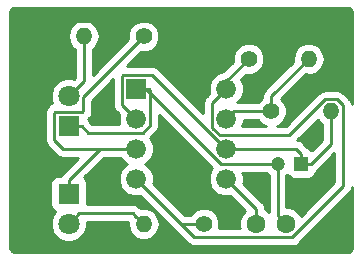
<source format=gtl>
G04 #@! TF.GenerationSoftware,KiCad,Pcbnew,(5.0.0-3-g5ebb6b6)*
G04 #@! TF.CreationDate,2018-11-28T22:23:41-05:00*
G04 #@! TF.ProjectId,555_Timer,3535355F54696D65722E6B696361645F,rev?*
G04 #@! TF.SameCoordinates,Original*
G04 #@! TF.FileFunction,Copper,L1,Top,Signal*
G04 #@! TF.FilePolarity,Positive*
%FSLAX46Y46*%
G04 Gerber Fmt 4.6, Leading zero omitted, Abs format (unit mm)*
G04 Created by KiCad (PCBNEW (5.0.0-3-g5ebb6b6)) date Wednesday, November 28, 2018 at 10:23:41 PM*
%MOMM*%
%LPD*%
G01*
G04 APERTURE LIST*
G04 #@! TA.AperFunction,ComponentPad*
%ADD10R,1.200000X1.200000*%
G04 #@! TD*
G04 #@! TA.AperFunction,ComponentPad*
%ADD11C,1.200000*%
G04 #@! TD*
G04 #@! TA.AperFunction,ComponentPad*
%ADD12C,1.600000*%
G04 #@! TD*
G04 #@! TA.AperFunction,ComponentPad*
%ADD13C,1.800000*%
G04 #@! TD*
G04 #@! TA.AperFunction,ComponentPad*
%ADD14R,1.800000X1.800000*%
G04 #@! TD*
G04 #@! TA.AperFunction,ComponentPad*
%ADD15O,1.400000X1.400000*%
G04 #@! TD*
G04 #@! TA.AperFunction,ComponentPad*
%ADD16C,1.400000*%
G04 #@! TD*
G04 #@! TA.AperFunction,ComponentPad*
%ADD17R,1.676400X1.676400*%
G04 #@! TD*
G04 #@! TA.AperFunction,ComponentPad*
%ADD18C,1.676400*%
G04 #@! TD*
G04 #@! TA.AperFunction,Conductor*
%ADD19C,0.250000*%
G04 #@! TD*
G04 #@! TA.AperFunction,NonConductor*
%ADD20C,0.254000*%
G04 #@! TD*
G04 APERTURE END LIST*
D10*
G04 #@! TO.P,C1,1*
G04 #@! TO.N,Net-(C1-Pad1)*
X123825000Y-54610000D03*
D11*
G04 #@! TO.P,C1,2*
G04 #@! TO.N,GND*
X121825000Y-54610000D03*
G04 #@! TD*
D12*
G04 #@! TO.P,C2,1*
G04 #@! TO.N,Net-(C2-Pad1)*
X120015000Y-59690000D03*
G04 #@! TO.P,C2,2*
G04 #@! TO.N,GND*
X122515000Y-59690000D03*
G04 #@! TD*
D13*
G04 #@! TO.P,D1,2*
G04 #@! TO.N,Net-(D1-Pad2)*
X104140000Y-59690000D03*
D14*
G04 #@! TO.P,D1,1*
G04 #@! TO.N,Net-(D1-Pad1)*
X104140000Y-57150000D03*
G04 #@! TD*
G04 #@! TO.P,D2,1*
G04 #@! TO.N,GND*
X104140000Y-51435000D03*
D13*
G04 #@! TO.P,D2,2*
G04 #@! TO.N,Net-(D2-Pad2)*
X104140000Y-48895000D03*
G04 #@! TD*
D15*
G04 #@! TO.P,R1,2*
G04 #@! TO.N,Net-(R1-Pad2)*
X124460000Y-45720000D03*
D16*
G04 #@! TO.P,R1,1*
G04 #@! TO.N,+5V*
X119380000Y-45720000D03*
G04 #@! TD*
D15*
G04 #@! TO.P,R2,2*
G04 #@! TO.N,Net-(C1-Pad1)*
X126365000Y-50165000D03*
D16*
G04 #@! TO.P,R2,1*
G04 #@! TO.N,Net-(R1-Pad2)*
X121285000Y-50165000D03*
G04 #@! TD*
G04 #@! TO.P,R3,1*
G04 #@! TO.N,+5V*
X115570000Y-59690000D03*
D15*
G04 #@! TO.P,R3,2*
G04 #@! TO.N,Net-(D1-Pad2)*
X110490000Y-59690000D03*
G04 #@! TD*
D16*
G04 #@! TO.P,R4,1*
G04 #@! TO.N,Net-(D1-Pad1)*
X110490000Y-43815000D03*
D15*
G04 #@! TO.P,R4,2*
G04 #@! TO.N,Net-(D2-Pad2)*
X105410000Y-43815000D03*
G04 #@! TD*
D17*
G04 #@! TO.P,U1,1*
G04 #@! TO.N,GND*
X109855000Y-48260000D03*
D18*
G04 #@! TO.P,U1,2*
G04 #@! TO.N,Net-(C1-Pad1)*
X109855000Y-50800000D03*
G04 #@! TO.P,U1,3*
G04 #@! TO.N,Net-(D1-Pad1)*
X109855000Y-53340000D03*
G04 #@! TO.P,U1,4*
G04 #@! TO.N,+5V*
X109855000Y-55880000D03*
G04 #@! TO.P,U1,5*
G04 #@! TO.N,Net-(C2-Pad1)*
X117475000Y-55880000D03*
G04 #@! TO.P,U1,6*
G04 #@! TO.N,Net-(C1-Pad1)*
X117475000Y-53340000D03*
G04 #@! TO.P,U1,7*
G04 #@! TO.N,Net-(R1-Pad2)*
X117475000Y-50800000D03*
G04 #@! TO.P,U1,8*
G04 #@! TO.N,+5V*
X117475000Y-48260000D03*
G04 #@! TD*
D19*
G04 #@! TO.N,Net-(C1-Pad1)*
X124675000Y-54610000D02*
X123825000Y-54610000D01*
X126365000Y-52920000D02*
X124675000Y-54610000D01*
X126365000Y-50165000D02*
X126365000Y-52920000D01*
X123405000Y-53340000D02*
X118660393Y-53340000D01*
X118660393Y-53340000D02*
X117475000Y-53340000D01*
X123825000Y-53760000D02*
X123405000Y-53340000D01*
X123825000Y-54610000D02*
X123825000Y-53760000D01*
X116636801Y-52501801D02*
X117475000Y-53340000D01*
X111231799Y-47096799D02*
X116636801Y-52501801D01*
X108756799Y-47096799D02*
X111231799Y-47096799D01*
X108691799Y-47161799D02*
X108756799Y-47096799D01*
X108691799Y-49636799D02*
X108691799Y-47161799D01*
X109855000Y-50800000D02*
X108691799Y-49636799D01*
G04 #@! TO.N,GND*
X121825000Y-59000000D02*
X122515000Y-59690000D01*
X121825000Y-54610000D02*
X121825000Y-59000000D01*
X110673462Y-48260000D02*
X109855000Y-48260000D01*
X117023462Y-54610000D02*
X110673462Y-48260000D01*
X121825000Y-54610000D02*
X117023462Y-54610000D01*
X105290000Y-51435000D02*
X104140000Y-51435000D01*
X105818201Y-51963201D02*
X105290000Y-51435000D01*
X110413337Y-51963201D02*
X105818201Y-51963201D01*
X111018201Y-51358337D02*
X110413337Y-51963201D01*
X111018201Y-48335001D02*
X111018201Y-51358337D01*
X110943200Y-48260000D02*
X111018201Y-48335001D01*
X109855000Y-48260000D02*
X110943200Y-48260000D01*
G04 #@! TO.N,Net-(C2-Pad1)*
X120015000Y-58420000D02*
X117475000Y-55880000D01*
X120015000Y-59690000D02*
X120015000Y-58420000D01*
G04 #@! TO.N,Net-(D1-Pad2)*
X109790001Y-58990001D02*
X110490000Y-59690000D01*
X109590001Y-58790001D02*
X109790001Y-58990001D01*
X105039999Y-58790001D02*
X109590001Y-58790001D01*
X104140000Y-59690000D02*
X105039999Y-58790001D01*
G04 #@! TO.N,Net-(D1-Pad1)*
X103505000Y-56515000D02*
X104140000Y-57150000D01*
X104140000Y-56000000D02*
X104140000Y-57150000D01*
X106800000Y-53340000D02*
X104140000Y-56000000D01*
X109855000Y-53340000D02*
X106800000Y-53340000D01*
X103659998Y-53340000D02*
X108669607Y-53340000D01*
X102979999Y-50209999D02*
X102914999Y-50274999D01*
X102914999Y-50274999D02*
X102914999Y-52595001D01*
X105300001Y-50209999D02*
X102979999Y-50209999D01*
X108669607Y-53340000D02*
X109855000Y-53340000D01*
X102914999Y-52595001D02*
X103659998Y-53340000D01*
X105365001Y-50144999D02*
X105300001Y-50209999D01*
X105365001Y-48939999D02*
X105365001Y-50144999D01*
X110490000Y-43815000D02*
X105365001Y-48939999D01*
G04 #@! TO.N,Net-(D2-Pad2)*
X105410000Y-47625000D02*
X104140000Y-48895000D01*
X105410000Y-43815000D02*
X105410000Y-47625000D01*
G04 #@! TO.N,Net-(R1-Pad2)*
X121285000Y-48895000D02*
X121285000Y-50165000D01*
X124460000Y-45720000D02*
X121285000Y-48895000D01*
X118110000Y-50165000D02*
X117475000Y-50800000D01*
X121285000Y-50165000D02*
X118110000Y-50165000D01*
G04 #@! TO.N,+5V*
X117475000Y-47625000D02*
X117475000Y-48260000D01*
X119380000Y-45720000D02*
X117475000Y-47625000D01*
X113665000Y-59690000D02*
X115570000Y-59690000D01*
X109855000Y-55880000D02*
X113665000Y-59690000D01*
X116636801Y-49098199D02*
X117475000Y-48260000D01*
X116311799Y-49423201D02*
X116636801Y-49098199D01*
X116311799Y-51540389D02*
X116311799Y-49423201D01*
X116948209Y-52176799D02*
X116311799Y-51540389D01*
X122836199Y-52176799D02*
X116948209Y-52176799D01*
X125872999Y-49139999D02*
X122836199Y-52176799D01*
X126857001Y-49139999D02*
X125872999Y-49139999D01*
X127390001Y-56480001D02*
X127390001Y-49672999D01*
X127390001Y-49672999D02*
X126857001Y-49139999D01*
X123055001Y-60815001D02*
X127390001Y-56480001D01*
X114790001Y-60815001D02*
X123055001Y-60815001D01*
X109855000Y-55880000D02*
X114790001Y-60815001D01*
G04 #@! TD*
D20*
G36*
X127987920Y-41489405D02*
X128110488Y-41635477D01*
X128143000Y-41724801D01*
X128143000Y-49562951D01*
X128105905Y-49376462D01*
X128105905Y-49376461D01*
X127980330Y-49188526D01*
X127937930Y-49125070D01*
X127874473Y-49082670D01*
X127447332Y-48655529D01*
X127404930Y-48592070D01*
X127153538Y-48424095D01*
X126931853Y-48379999D01*
X126931848Y-48379999D01*
X126857001Y-48365111D01*
X126782154Y-48379999D01*
X125947847Y-48379999D01*
X125872999Y-48365111D01*
X125798151Y-48379999D01*
X125798147Y-48379999D01*
X125644668Y-48410528D01*
X125576461Y-48424095D01*
X125451084Y-48507870D01*
X125325070Y-48592070D01*
X125282670Y-48655526D01*
X122521398Y-51416799D01*
X121751413Y-51416799D01*
X122041217Y-51296758D01*
X122416758Y-50921217D01*
X122620000Y-50430548D01*
X122620000Y-49899452D01*
X122416758Y-49408783D01*
X122131388Y-49123413D01*
X124221157Y-47033645D01*
X124328515Y-47055000D01*
X124591485Y-47055000D01*
X124980891Y-46977542D01*
X125422481Y-46682481D01*
X125717542Y-46240891D01*
X125821154Y-45720000D01*
X125717542Y-45199109D01*
X125422481Y-44757519D01*
X124980891Y-44462458D01*
X124591485Y-44385000D01*
X124328515Y-44385000D01*
X123939109Y-44462458D01*
X123497519Y-44757519D01*
X123202458Y-45199109D01*
X123098846Y-45720000D01*
X123146355Y-45958843D01*
X120800530Y-48304669D01*
X120737071Y-48347071D01*
X120569096Y-48598464D01*
X120525000Y-48820149D01*
X120525000Y-48820153D01*
X120510112Y-48895000D01*
X120525000Y-48969847D01*
X120525000Y-49037025D01*
X120157025Y-49405000D01*
X118413420Y-49405000D01*
X118723919Y-49094501D01*
X118948200Y-48553038D01*
X118948200Y-47966962D01*
X118731354Y-47443448D01*
X119119802Y-47055000D01*
X119645548Y-47055000D01*
X120136217Y-46851758D01*
X120511758Y-46476217D01*
X120715000Y-45985548D01*
X120715000Y-45454452D01*
X120511758Y-44963783D01*
X120136217Y-44588242D01*
X119645548Y-44385000D01*
X119114452Y-44385000D01*
X118623783Y-44588242D01*
X118248242Y-44963783D01*
X118045000Y-45454452D01*
X118045000Y-45980198D01*
X117238399Y-46786800D01*
X117181962Y-46786800D01*
X116640499Y-47011081D01*
X116226081Y-47425499D01*
X116001800Y-47966962D01*
X116001800Y-48553038D01*
X116032659Y-48627540D01*
X115827327Y-48832872D01*
X115763871Y-48875272D01*
X115721471Y-48938728D01*
X115721470Y-48938729D01*
X115595896Y-49126664D01*
X115536911Y-49423201D01*
X115551800Y-49498053D01*
X115551800Y-50341998D01*
X111822130Y-46612329D01*
X111779728Y-46548870D01*
X111528336Y-46380895D01*
X111306651Y-46336799D01*
X111306646Y-46336799D01*
X111231799Y-46321911D01*
X111156952Y-46336799D01*
X109043003Y-46336799D01*
X110229802Y-45150000D01*
X110755548Y-45150000D01*
X111246217Y-44946758D01*
X111621758Y-44571217D01*
X111825000Y-44080548D01*
X111825000Y-43549452D01*
X111621758Y-43058783D01*
X111246217Y-42683242D01*
X110755548Y-42480000D01*
X110224452Y-42480000D01*
X109733783Y-42683242D01*
X109358242Y-43058783D01*
X109155000Y-43549452D01*
X109155000Y-44075198D01*
X106170000Y-47060199D01*
X106170000Y-44912774D01*
X106372481Y-44777481D01*
X106667542Y-44335891D01*
X106771154Y-43815000D01*
X106667542Y-43294109D01*
X106372481Y-42852519D01*
X105930891Y-42557458D01*
X105541485Y-42480000D01*
X105278515Y-42480000D01*
X104889109Y-42557458D01*
X104447519Y-42852519D01*
X104152458Y-43294109D01*
X104048846Y-43815000D01*
X104152458Y-44335891D01*
X104447519Y-44777481D01*
X104650000Y-44912775D01*
X104650001Y-47310197D01*
X104554838Y-47405360D01*
X104445330Y-47360000D01*
X103834670Y-47360000D01*
X103270493Y-47593690D01*
X102838690Y-48025493D01*
X102605000Y-48589670D01*
X102605000Y-49200330D01*
X102723392Y-49486152D01*
X102683462Y-49494095D01*
X102432070Y-49662070D01*
X102406035Y-49701035D01*
X102367070Y-49727070D01*
X102199095Y-49978463D01*
X102154999Y-50200148D01*
X102154999Y-50200152D01*
X102140111Y-50274999D01*
X102154999Y-50349846D01*
X102155000Y-52520149D01*
X102140111Y-52595001D01*
X102199096Y-52891538D01*
X102304797Y-53049730D01*
X102367071Y-53142930D01*
X102430527Y-53185330D01*
X103069668Y-53824472D01*
X103112069Y-53887929D01*
X103175525Y-53930329D01*
X103363460Y-54055904D01*
X103411603Y-54065480D01*
X103585146Y-54100000D01*
X103585150Y-54100000D01*
X103659998Y-54114888D01*
X103734846Y-54100000D01*
X104965198Y-54100000D01*
X103655530Y-55409669D01*
X103592071Y-55452071D01*
X103491518Y-55602560D01*
X103240000Y-55602560D01*
X102992235Y-55651843D01*
X102782191Y-55792191D01*
X102641843Y-56002235D01*
X102592560Y-56250000D01*
X102592560Y-58050000D01*
X102641843Y-58297765D01*
X102782191Y-58507809D01*
X102992235Y-58648157D01*
X103007908Y-58651275D01*
X102838690Y-58820493D01*
X102605000Y-59384670D01*
X102605000Y-59995330D01*
X102838690Y-60559507D01*
X103270493Y-60991310D01*
X103834670Y-61225000D01*
X104445330Y-61225000D01*
X105009507Y-60991310D01*
X105441310Y-60559507D01*
X105675000Y-59995330D01*
X105675000Y-59550001D01*
X109156694Y-59550001D01*
X109128846Y-59690000D01*
X109232458Y-60210891D01*
X109527519Y-60652481D01*
X109969109Y-60947542D01*
X110358515Y-61025000D01*
X110621485Y-61025000D01*
X111010891Y-60947542D01*
X111452481Y-60652481D01*
X111747542Y-60210891D01*
X111851154Y-59690000D01*
X111747542Y-59169109D01*
X111452481Y-58727519D01*
X111010891Y-58432458D01*
X110621485Y-58355000D01*
X110358515Y-58355000D01*
X110251156Y-58376355D01*
X110180332Y-58305531D01*
X110137930Y-58242072D01*
X109886538Y-58074097D01*
X109664853Y-58030001D01*
X109664848Y-58030001D01*
X109590001Y-58015113D01*
X109515154Y-58030001D01*
X105687440Y-58030001D01*
X105687440Y-56250000D01*
X105638157Y-56002235D01*
X105497809Y-55792191D01*
X105452731Y-55762070D01*
X107114802Y-54100000D01*
X108575222Y-54100000D01*
X108606081Y-54174501D01*
X109020499Y-54588919D01*
X109071393Y-54610000D01*
X109020499Y-54631081D01*
X108606081Y-55045499D01*
X108381800Y-55586962D01*
X108381800Y-56173038D01*
X108606081Y-56714501D01*
X109020499Y-57128919D01*
X109561962Y-57353200D01*
X110148038Y-57353200D01*
X110222539Y-57322341D01*
X113074672Y-60174475D01*
X113117071Y-60237929D01*
X113180525Y-60280328D01*
X114199674Y-61299477D01*
X114242072Y-61362930D01*
X114305525Y-61405328D01*
X114305527Y-61405330D01*
X114425472Y-61485474D01*
X114493464Y-61530905D01*
X114715149Y-61575001D01*
X114715153Y-61575001D01*
X114790000Y-61589889D01*
X114864847Y-61575001D01*
X122980154Y-61575001D01*
X123055001Y-61589889D01*
X123129848Y-61575001D01*
X123129853Y-61575001D01*
X123351538Y-61530905D01*
X123602930Y-61362930D01*
X123645332Y-61299471D01*
X127874474Y-57070330D01*
X127937930Y-57027930D01*
X127980925Y-56963583D01*
X128105905Y-56776539D01*
X128118245Y-56714501D01*
X128143000Y-56590049D01*
X128143000Y-61796531D01*
X128055596Y-61947919D01*
X127909524Y-62070488D01*
X127820198Y-62103000D01*
X99493469Y-62103000D01*
X99342081Y-62015596D01*
X99219512Y-61869524D01*
X99187000Y-61780198D01*
X99187000Y-41708469D01*
X99274405Y-41557080D01*
X99420477Y-41434512D01*
X99509801Y-41402000D01*
X127836531Y-41402000D01*
X127987920Y-41489405D01*
X127987920Y-41489405D01*
G37*
X127987920Y-41489405D02*
X128110488Y-41635477D01*
X128143000Y-41724801D01*
X128143000Y-49562951D01*
X128105905Y-49376462D01*
X128105905Y-49376461D01*
X127980330Y-49188526D01*
X127937930Y-49125070D01*
X127874473Y-49082670D01*
X127447332Y-48655529D01*
X127404930Y-48592070D01*
X127153538Y-48424095D01*
X126931853Y-48379999D01*
X126931848Y-48379999D01*
X126857001Y-48365111D01*
X126782154Y-48379999D01*
X125947847Y-48379999D01*
X125872999Y-48365111D01*
X125798151Y-48379999D01*
X125798147Y-48379999D01*
X125644668Y-48410528D01*
X125576461Y-48424095D01*
X125451084Y-48507870D01*
X125325070Y-48592070D01*
X125282670Y-48655526D01*
X122521398Y-51416799D01*
X121751413Y-51416799D01*
X122041217Y-51296758D01*
X122416758Y-50921217D01*
X122620000Y-50430548D01*
X122620000Y-49899452D01*
X122416758Y-49408783D01*
X122131388Y-49123413D01*
X124221157Y-47033645D01*
X124328515Y-47055000D01*
X124591485Y-47055000D01*
X124980891Y-46977542D01*
X125422481Y-46682481D01*
X125717542Y-46240891D01*
X125821154Y-45720000D01*
X125717542Y-45199109D01*
X125422481Y-44757519D01*
X124980891Y-44462458D01*
X124591485Y-44385000D01*
X124328515Y-44385000D01*
X123939109Y-44462458D01*
X123497519Y-44757519D01*
X123202458Y-45199109D01*
X123098846Y-45720000D01*
X123146355Y-45958843D01*
X120800530Y-48304669D01*
X120737071Y-48347071D01*
X120569096Y-48598464D01*
X120525000Y-48820149D01*
X120525000Y-48820153D01*
X120510112Y-48895000D01*
X120525000Y-48969847D01*
X120525000Y-49037025D01*
X120157025Y-49405000D01*
X118413420Y-49405000D01*
X118723919Y-49094501D01*
X118948200Y-48553038D01*
X118948200Y-47966962D01*
X118731354Y-47443448D01*
X119119802Y-47055000D01*
X119645548Y-47055000D01*
X120136217Y-46851758D01*
X120511758Y-46476217D01*
X120715000Y-45985548D01*
X120715000Y-45454452D01*
X120511758Y-44963783D01*
X120136217Y-44588242D01*
X119645548Y-44385000D01*
X119114452Y-44385000D01*
X118623783Y-44588242D01*
X118248242Y-44963783D01*
X118045000Y-45454452D01*
X118045000Y-45980198D01*
X117238399Y-46786800D01*
X117181962Y-46786800D01*
X116640499Y-47011081D01*
X116226081Y-47425499D01*
X116001800Y-47966962D01*
X116001800Y-48553038D01*
X116032659Y-48627540D01*
X115827327Y-48832872D01*
X115763871Y-48875272D01*
X115721471Y-48938728D01*
X115721470Y-48938729D01*
X115595896Y-49126664D01*
X115536911Y-49423201D01*
X115551800Y-49498053D01*
X115551800Y-50341998D01*
X111822130Y-46612329D01*
X111779728Y-46548870D01*
X111528336Y-46380895D01*
X111306651Y-46336799D01*
X111306646Y-46336799D01*
X111231799Y-46321911D01*
X111156952Y-46336799D01*
X109043003Y-46336799D01*
X110229802Y-45150000D01*
X110755548Y-45150000D01*
X111246217Y-44946758D01*
X111621758Y-44571217D01*
X111825000Y-44080548D01*
X111825000Y-43549452D01*
X111621758Y-43058783D01*
X111246217Y-42683242D01*
X110755548Y-42480000D01*
X110224452Y-42480000D01*
X109733783Y-42683242D01*
X109358242Y-43058783D01*
X109155000Y-43549452D01*
X109155000Y-44075198D01*
X106170000Y-47060199D01*
X106170000Y-44912774D01*
X106372481Y-44777481D01*
X106667542Y-44335891D01*
X106771154Y-43815000D01*
X106667542Y-43294109D01*
X106372481Y-42852519D01*
X105930891Y-42557458D01*
X105541485Y-42480000D01*
X105278515Y-42480000D01*
X104889109Y-42557458D01*
X104447519Y-42852519D01*
X104152458Y-43294109D01*
X104048846Y-43815000D01*
X104152458Y-44335891D01*
X104447519Y-44777481D01*
X104650000Y-44912775D01*
X104650001Y-47310197D01*
X104554838Y-47405360D01*
X104445330Y-47360000D01*
X103834670Y-47360000D01*
X103270493Y-47593690D01*
X102838690Y-48025493D01*
X102605000Y-48589670D01*
X102605000Y-49200330D01*
X102723392Y-49486152D01*
X102683462Y-49494095D01*
X102432070Y-49662070D01*
X102406035Y-49701035D01*
X102367070Y-49727070D01*
X102199095Y-49978463D01*
X102154999Y-50200148D01*
X102154999Y-50200152D01*
X102140111Y-50274999D01*
X102154999Y-50349846D01*
X102155000Y-52520149D01*
X102140111Y-52595001D01*
X102199096Y-52891538D01*
X102304797Y-53049730D01*
X102367071Y-53142930D01*
X102430527Y-53185330D01*
X103069668Y-53824472D01*
X103112069Y-53887929D01*
X103175525Y-53930329D01*
X103363460Y-54055904D01*
X103411603Y-54065480D01*
X103585146Y-54100000D01*
X103585150Y-54100000D01*
X103659998Y-54114888D01*
X103734846Y-54100000D01*
X104965198Y-54100000D01*
X103655530Y-55409669D01*
X103592071Y-55452071D01*
X103491518Y-55602560D01*
X103240000Y-55602560D01*
X102992235Y-55651843D01*
X102782191Y-55792191D01*
X102641843Y-56002235D01*
X102592560Y-56250000D01*
X102592560Y-58050000D01*
X102641843Y-58297765D01*
X102782191Y-58507809D01*
X102992235Y-58648157D01*
X103007908Y-58651275D01*
X102838690Y-58820493D01*
X102605000Y-59384670D01*
X102605000Y-59995330D01*
X102838690Y-60559507D01*
X103270493Y-60991310D01*
X103834670Y-61225000D01*
X104445330Y-61225000D01*
X105009507Y-60991310D01*
X105441310Y-60559507D01*
X105675000Y-59995330D01*
X105675000Y-59550001D01*
X109156694Y-59550001D01*
X109128846Y-59690000D01*
X109232458Y-60210891D01*
X109527519Y-60652481D01*
X109969109Y-60947542D01*
X110358515Y-61025000D01*
X110621485Y-61025000D01*
X111010891Y-60947542D01*
X111452481Y-60652481D01*
X111747542Y-60210891D01*
X111851154Y-59690000D01*
X111747542Y-59169109D01*
X111452481Y-58727519D01*
X111010891Y-58432458D01*
X110621485Y-58355000D01*
X110358515Y-58355000D01*
X110251156Y-58376355D01*
X110180332Y-58305531D01*
X110137930Y-58242072D01*
X109886538Y-58074097D01*
X109664853Y-58030001D01*
X109664848Y-58030001D01*
X109590001Y-58015113D01*
X109515154Y-58030001D01*
X105687440Y-58030001D01*
X105687440Y-56250000D01*
X105638157Y-56002235D01*
X105497809Y-55792191D01*
X105452731Y-55762070D01*
X107114802Y-54100000D01*
X108575222Y-54100000D01*
X108606081Y-54174501D01*
X109020499Y-54588919D01*
X109071393Y-54610000D01*
X109020499Y-54631081D01*
X108606081Y-55045499D01*
X108381800Y-55586962D01*
X108381800Y-56173038D01*
X108606081Y-56714501D01*
X109020499Y-57128919D01*
X109561962Y-57353200D01*
X110148038Y-57353200D01*
X110222539Y-57322341D01*
X113074672Y-60174475D01*
X113117071Y-60237929D01*
X113180525Y-60280328D01*
X114199674Y-61299477D01*
X114242072Y-61362930D01*
X114305525Y-61405328D01*
X114305527Y-61405330D01*
X114425472Y-61485474D01*
X114493464Y-61530905D01*
X114715149Y-61575001D01*
X114715153Y-61575001D01*
X114790000Y-61589889D01*
X114864847Y-61575001D01*
X122980154Y-61575001D01*
X123055001Y-61589889D01*
X123129848Y-61575001D01*
X123129853Y-61575001D01*
X123351538Y-61530905D01*
X123602930Y-61362930D01*
X123645332Y-61299471D01*
X127874474Y-57070330D01*
X127937930Y-57027930D01*
X127980925Y-56963583D01*
X128105905Y-56776539D01*
X128118245Y-56714501D01*
X128143000Y-56590049D01*
X128143000Y-61796531D01*
X128055596Y-61947919D01*
X127909524Y-62070488D01*
X127820198Y-62103000D01*
X99493469Y-62103000D01*
X99342081Y-62015596D01*
X99219512Y-61869524D01*
X99187000Y-61780198D01*
X99187000Y-41708469D01*
X99274405Y-41557080D01*
X99420477Y-41434512D01*
X99509801Y-41402000D01*
X127836531Y-41402000D01*
X127987920Y-41489405D01*
G36*
X116305120Y-54966460D02*
X116226081Y-55045499D01*
X116001800Y-55586962D01*
X116001800Y-56173038D01*
X116226081Y-56714501D01*
X116640499Y-57128919D01*
X117181962Y-57353200D01*
X117768038Y-57353200D01*
X117842539Y-57322341D01*
X119097901Y-58577703D01*
X118798466Y-58877138D01*
X118580000Y-59404561D01*
X118580000Y-59975439D01*
X118612956Y-60055001D01*
X116863805Y-60055001D01*
X116905000Y-59955548D01*
X116905000Y-59424452D01*
X116701758Y-58933783D01*
X116326217Y-58558242D01*
X115835548Y-58355000D01*
X115304452Y-58355000D01*
X114813783Y-58558242D01*
X114442025Y-58930000D01*
X113979802Y-58930000D01*
X111297341Y-56247539D01*
X111328200Y-56173038D01*
X111328200Y-55586962D01*
X111103919Y-55045499D01*
X110689501Y-54631081D01*
X110638607Y-54610000D01*
X110689501Y-54588919D01*
X111103919Y-54174501D01*
X111328200Y-53633038D01*
X111328200Y-53046962D01*
X111103919Y-52505499D01*
X111024880Y-52426460D01*
X111502674Y-51948666D01*
X111566130Y-51906266D01*
X111734105Y-51654874D01*
X111778201Y-51433189D01*
X111778201Y-51433184D01*
X111793089Y-51358337D01*
X111778201Y-51283490D01*
X111778201Y-50439540D01*
X116305120Y-54966460D01*
X116305120Y-54966460D01*
G37*
X116305120Y-54966460D02*
X116226081Y-55045499D01*
X116001800Y-55586962D01*
X116001800Y-56173038D01*
X116226081Y-56714501D01*
X116640499Y-57128919D01*
X117181962Y-57353200D01*
X117768038Y-57353200D01*
X117842539Y-57322341D01*
X119097901Y-58577703D01*
X118798466Y-58877138D01*
X118580000Y-59404561D01*
X118580000Y-59975439D01*
X118612956Y-60055001D01*
X116863805Y-60055001D01*
X116905000Y-59955548D01*
X116905000Y-59424452D01*
X116701758Y-58933783D01*
X116326217Y-58558242D01*
X115835548Y-58355000D01*
X115304452Y-58355000D01*
X114813783Y-58558242D01*
X114442025Y-58930000D01*
X113979802Y-58930000D01*
X111297341Y-56247539D01*
X111328200Y-56173038D01*
X111328200Y-55586962D01*
X111103919Y-55045499D01*
X110689501Y-54631081D01*
X110638607Y-54610000D01*
X110689501Y-54588919D01*
X111103919Y-54174501D01*
X111328200Y-53633038D01*
X111328200Y-53046962D01*
X111103919Y-52505499D01*
X111024880Y-52426460D01*
X111502674Y-51948666D01*
X111566130Y-51906266D01*
X111734105Y-51654874D01*
X111778201Y-51433189D01*
X111778201Y-51433184D01*
X111793089Y-51358337D01*
X111778201Y-51283490D01*
X111778201Y-50439540D01*
X116305120Y-54966460D01*
G36*
X126630001Y-56165199D02*
X123786167Y-59009034D01*
X123731534Y-58877138D01*
X123327862Y-58473466D01*
X122800439Y-58255000D01*
X122585000Y-58255000D01*
X122585000Y-55596553D01*
X122665674Y-55515879D01*
X122767191Y-55667809D01*
X122977235Y-55808157D01*
X123225000Y-55857440D01*
X124425000Y-55857440D01*
X124672765Y-55808157D01*
X124882809Y-55667809D01*
X125023157Y-55457765D01*
X125061318Y-55265914D01*
X125222929Y-55157929D01*
X125265331Y-55094470D01*
X126630001Y-53729800D01*
X126630001Y-56165199D01*
X126630001Y-56165199D01*
G37*
X126630001Y-56165199D02*
X123786167Y-59009034D01*
X123731534Y-58877138D01*
X123327862Y-58473466D01*
X122800439Y-58255000D01*
X122585000Y-58255000D01*
X122585000Y-55596553D01*
X122665674Y-55515879D01*
X122767191Y-55667809D01*
X122977235Y-55808157D01*
X123225000Y-55857440D01*
X124425000Y-55857440D01*
X124672765Y-55808157D01*
X124882809Y-55667809D01*
X125023157Y-55457765D01*
X125061318Y-55265914D01*
X125222929Y-55157929D01*
X125265331Y-55094470D01*
X126630001Y-53729800D01*
X126630001Y-56165199D01*
G36*
X121065000Y-55596553D02*
X121065001Y-58710605D01*
X120827862Y-58473466D01*
X120782953Y-58454864D01*
X120789888Y-58419999D01*
X120775000Y-58345152D01*
X120775000Y-58345148D01*
X120730904Y-58123463D01*
X120658507Y-58015113D01*
X120605329Y-57935526D01*
X120605327Y-57935524D01*
X120562929Y-57872071D01*
X120499476Y-57829673D01*
X118917341Y-56247539D01*
X118948200Y-56173038D01*
X118948200Y-55586962D01*
X118858332Y-55370000D01*
X120838447Y-55370000D01*
X121065000Y-55596553D01*
X121065000Y-55596553D01*
G37*
X121065000Y-55596553D02*
X121065001Y-58710605D01*
X120827862Y-58473466D01*
X120782953Y-58454864D01*
X120789888Y-58419999D01*
X120775000Y-58345152D01*
X120775000Y-58345148D01*
X120730904Y-58123463D01*
X120658507Y-58015113D01*
X120605329Y-57935526D01*
X120605327Y-57935524D01*
X120562929Y-57872071D01*
X120499476Y-57829673D01*
X118917341Y-56247539D01*
X118948200Y-56173038D01*
X118948200Y-55586962D01*
X118858332Y-55370000D01*
X120838447Y-55370000D01*
X121065000Y-55596553D01*
G36*
X125402519Y-51127481D02*
X125605000Y-51262775D01*
X125605001Y-52605197D01*
X124748051Y-53462148D01*
X124672765Y-53411843D01*
X124480914Y-53373682D01*
X124458409Y-53340001D01*
X124372929Y-53212071D01*
X124309470Y-53169669D01*
X123995331Y-52855530D01*
X123952929Y-52792071D01*
X123701537Y-52624096D01*
X123503162Y-52584637D01*
X125225398Y-50862401D01*
X125402519Y-51127481D01*
X125402519Y-51127481D01*
G37*
X125402519Y-51127481D02*
X125605000Y-51262775D01*
X125605001Y-52605197D01*
X124748051Y-53462148D01*
X124672765Y-53411843D01*
X124480914Y-53373682D01*
X124458409Y-53340001D01*
X124372929Y-53212071D01*
X124309470Y-53169669D01*
X123995331Y-52855530D01*
X123952929Y-52792071D01*
X123701537Y-52624096D01*
X123503162Y-52584637D01*
X125225398Y-50862401D01*
X125402519Y-51127481D01*
G36*
X120528783Y-51296758D02*
X120818587Y-51416799D01*
X118814094Y-51416799D01*
X118948200Y-51093038D01*
X118948200Y-50925000D01*
X120157025Y-50925000D01*
X120528783Y-51296758D01*
X120528783Y-51296758D01*
G37*
X120528783Y-51296758D02*
X120818587Y-51416799D01*
X118814094Y-51416799D01*
X118948200Y-51093038D01*
X118948200Y-50925000D01*
X120157025Y-50925000D01*
X120528783Y-51296758D01*
G36*
X107931799Y-49561952D02*
X107916911Y-49636799D01*
X107931799Y-49711646D01*
X107931799Y-49711650D01*
X107975895Y-49933335D01*
X108143870Y-50184728D01*
X108207329Y-50227130D01*
X108412659Y-50432461D01*
X108381800Y-50506962D01*
X108381800Y-51093038D01*
X108427431Y-51203201D01*
X106133003Y-51203201D01*
X105880331Y-50950530D01*
X105837929Y-50887071D01*
X105746292Y-50825841D01*
X105847930Y-50757928D01*
X105873965Y-50718963D01*
X105912930Y-50692928D01*
X106080905Y-50441536D01*
X106125001Y-50219851D01*
X106125001Y-50219846D01*
X106139889Y-50144999D01*
X106125001Y-50070152D01*
X106125001Y-49254800D01*
X107931800Y-47448002D01*
X107931799Y-49561952D01*
X107931799Y-49561952D01*
G37*
X107931799Y-49561952D02*
X107916911Y-49636799D01*
X107931799Y-49711646D01*
X107931799Y-49711650D01*
X107975895Y-49933335D01*
X108143870Y-50184728D01*
X108207329Y-50227130D01*
X108412659Y-50432461D01*
X108381800Y-50506962D01*
X108381800Y-51093038D01*
X108427431Y-51203201D01*
X106133003Y-51203201D01*
X105880331Y-50950530D01*
X105837929Y-50887071D01*
X105746292Y-50825841D01*
X105847930Y-50757928D01*
X105873965Y-50718963D01*
X105912930Y-50692928D01*
X106080905Y-50441536D01*
X106125001Y-50219851D01*
X106125001Y-50219846D01*
X106139889Y-50144999D01*
X106125001Y-50070152D01*
X106125001Y-49254800D01*
X107931800Y-47448002D01*
X107931799Y-49561952D01*
M02*

</source>
